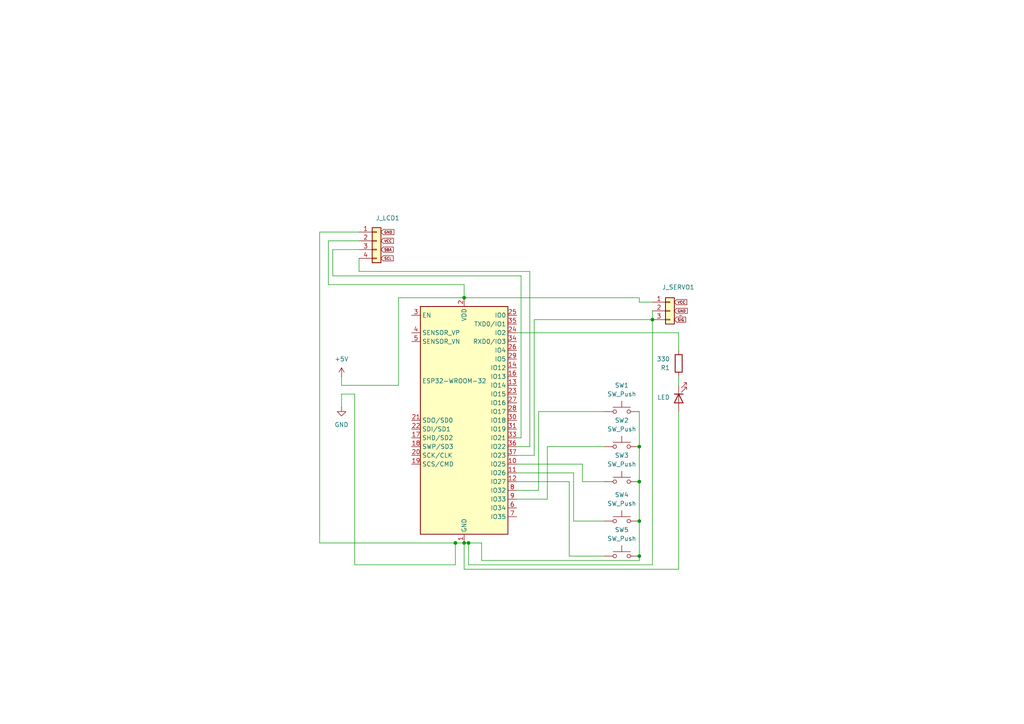
<source format=kicad_sch>
(kicad_sch (version 20250114) (generator "eeschema") (generator_version "9.0")
  (paper "A4")
  (lib_symbols
    (symbol "Connector_Generic:Conn_01x03" (pin_names (offset 1.016) (hide yes))
      (property "Reference" "J" (at 0 5.08 0))
      (property "Value" "Conn_01x03" (at 0 -5.08 0))
      (symbol "Conn_01x03_1_1"
        (rectangle (start -1.27 3.81) (end 1.27 -3.81) (stroke (width 0.254)) (fill (type background)))
        (rectangle (start -1.27 2.667) (end 0 2.413) (stroke (width 0.1524)))
        (rectangle (start -1.27 0.127) (end 0 -0.127) (stroke (width 0.1524)))
        (rectangle (start -1.27 -2.413) (end 0 -2.667) (stroke (width 0.1524)))
        (pin passive line (at -5.08 2.54 0) (length 3.81) (name "Pin_1") (number "1"))
        (pin passive line (at -5.08 0 0) (length 3.81) (name "Pin_2") (number "2"))
        (pin passive line (at -5.08 -2.54 0) (length 3.81) (name "Pin_3") (number "3"))
      )
    )
    (symbol "Connector_Generic:Conn_01x04" (pin_names (offset 1.016) (hide yes))
      (property "Reference" "J" (at 0 5.08 0))
      (property "Value" "Conn_01x04" (at 0 -7.62 0))
      (symbol "Conn_01x04_1_1"
        (rectangle (start -1.27 3.81) (end 1.27 -6.35) (stroke (width 0.254)) (fill (type background)))
        (rectangle (start -1.27 2.667) (end 0 2.413) (stroke (width 0.1524)))
        (rectangle (start -1.27 0.127) (end 0 -0.127) (stroke (width 0.1524)))
        (rectangle (start -1.27 -2.413) (end 0 -2.667) (stroke (width 0.1524)))
        (rectangle (start -1.27 -4.953) (end 0 -5.207) (stroke (width 0.1524)))
        (pin passive line (at -5.08 2.54 0) (length 3.81) (name "Pin_1") (number "1"))
        (pin passive line (at -5.08 0 0) (length 3.81) (name "Pin_2") (number "2"))
        (pin passive line (at -5.08 -2.54 0) (length 3.81) (name "Pin_3") (number "3"))
        (pin passive line (at -5.08 -5.08 0) (length 3.81) (name "Pin_4") (number "4"))
      )
    )
    (symbol "Device:LED" (pin_numbers (hide yes)) (pin_names (offset 1.016) (hide yes))
      (property "Reference" "D" (at 0 2.54 0))
      (property "Value" "LED" (at 0 -2.54 0))
      (symbol "LED_0_1"
        (polyline (pts (xy -3.048 -0.762) (xy -4.572 -2.286) (xy -3.81 -2.286) (xy -4.572 -2.286) (xy -4.572 -1.524)))
        (polyline (pts (xy -1.778 -0.762) (xy -3.302 -2.286) (xy -2.54 -2.286) (xy -3.302 -2.286) (xy -3.302 -1.524)))
        (polyline (pts (xy -1.27 0) (xy 1.27 0)))
        (polyline (pts (xy -1.27 -1.27) (xy -1.27 1.27)) (stroke (width 0.254)))
        (polyline (pts (xy 1.27 -1.27) (xy 1.27 1.27) (xy -1.27 0) (xy 1.27 -1.27)) (stroke (width 0.254)))
      )
      (symbol "LED_1_1"
        (pin passive line (at -3.81 0 0) (length 2.54) (name "K") (number "1"))
        (pin passive line (at 3.81 0 180) (length 2.54) (name "A") (number "2"))
      )
    )
    (symbol "Device:R" (pin_numbers (hide yes)) (pin_names (offset 0))
      (property "Reference" "R" (at 2.032 0 90))
      (property "Value" "R" (at 0 0 90))
      (symbol "R_0_1"
        (rectangle (start -1.016 -2.54) (end 1.016 2.54) (stroke (width 0.254)))
      )
      (symbol "R_1_1"
        (pin passive line (at 0 3.81 270) (length 1.27) (name "~") (number "1"))
        (pin passive line (at 0 -3.81 90) (length 1.27) (name "~") (number "2"))
      )
    )
    (symbol "RF_Module:ESP32-WROOM-32"
      (property "Reference" "U" (at -12.7 34.29 0))
      (property "Value" "ESP32-WROOM-32" (at 1.27 34.29 0))
      (symbol "ESP32-WROOM-32_0_1"
        (rectangle (start -12.7 33.02) (end 12.7 -33.02) (stroke (width 0.254)) (fill (type background)))
      )
      (symbol "ESP32-WROOM-32_1_1"
        (pin input line (at -15.24 30.48 0) (length 2.54) (name "EN") (number "3"))
        (pin input line (at -15.24 25.4 0) (length 2.54) (name "SENSOR_VP") (number "4"))
        (pin input line (at -15.24 22.86 0) (length 2.54) (name "SENSOR_VN") (number "5"))
        (pin bidirectional line (at -15.24 0 0) (length 2.54) (name "SDO/SD0") (number "21"))
        (pin bidirectional line (at -15.24 -2.54 0) (length 2.54) (name "SDI/SD1") (number "22"))
        (pin bidirectional line (at -15.24 -5.08 0) (length 2.54) (name "SHD/SD2") (number "17"))
        (pin bidirectional line (at -15.24 -7.62 0) (length 2.54) (name "SWP/SD3") (number "18"))
        (pin bidirectional line (at -15.24 -10.16 0) (length 2.54) (name "SCK/CLK") (number "20"))
        (pin bidirectional line (at -15.24 -12.7 0) (length 2.54) (name "SCS/CMD") (number "19"))
        (pin no_connect line (at -12.7 -27.94 0) (length 2.54) (hide yes) (name "NC") (number "32"))
        (pin power_in line (at 0 35.56 270) (length 2.54) (name "VDD") (number "2"))
        (pin power_in line (at 0 -35.56 90) (length 2.54) (name "GND") (number "1"))
        (pin passive line (at 0 -35.56 90) (length 2.54) (hide yes) (name "GND") (number "15"))
        (pin passive line (at 0 -35.56 90) (length 2.54) (hide yes) (name "GND") (number "38"))
        (pin passive line (at 0 -35.56 90) (length 2.54) (hide yes) (name "GND") (number "39"))
        (pin bidirectional line (at 15.24 30.48 180) (length 2.54) (name "IO0") (number "25"))
        (pin bidirectional line (at 15.24 27.94 180) (length 2.54) (name "TXD0/IO1") (number "35"))
        (pin bidirectional line (at 15.24 25.4 180) (length 2.54) (name "IO2") (number "24"))
        (pin bidirectional line (at 15.24 22.86 180) (length 2.54) (name "RXD0/IO3") (number "34"))
        (pin bidirectional line (at 15.24 20.32 180) (length 2.54) (name "IO4") (number "26"))
        (pin bidirectional line (at 15.24 17.78 180) (length 2.54) (name "IO5") (number "29"))
        (pin bidirectional line (at 15.24 15.24 180) (length 2.54) (name "IO12") (number "14"))
        (pin bidirectional line (at 15.24 12.7 180) (length 2.54) (name "IO13") (number "16"))
        (pin bidirectional line (at 15.24 10.16 180) (length 2.54) (name "IO14") (number "13"))
        (pin bidirectional line (at 15.24 7.62 180) (length 2.54) (name "IO15") (number "23"))
        (pin bidirectional line (at 15.24 5.08 180) (length 2.54) (name "IO16") (number "27"))
        (pin bidirectional line (at 15.24 2.54 180) (length 2.54) (name "IO17") (number "28"))
        (pin bidirectional line (at 15.24 0 180) (length 2.54) (name "IO18") (number "30"))
        (pin bidirectional line (at 15.24 -2.54 180) (length 2.54) (name "IO19") (number "31"))
        (pin bidirectional line (at 15.24 -5.08 180) (length 2.54) (name "IO21") (number "33"))
        (pin bidirectional line (at 15.24 -7.62 180) (length 2.54) (name "IO22") (number "36"))
        (pin bidirectional line (at 15.24 -10.16 180) (length 2.54) (name "IO23") (number "37"))
        (pin bidirectional line (at 15.24 -12.7 180) (length 2.54) (name "IO25") (number "10"))
        (pin bidirectional line (at 15.24 -15.24 180) (length 2.54) (name "IO26") (number "11"))
        (pin bidirectional line (at 15.24 -17.78 180) (length 2.54) (name "IO27") (number "12"))
        (pin bidirectional line (at 15.24 -20.32 180) (length 2.54) (name "IO32") (number "8"))
        (pin bidirectional line (at 15.24 -22.86 180) (length 2.54) (name "IO33") (number "9"))
        (pin input line (at 15.24 -25.4 180) (length 2.54) (name "IO34") (number "6"))
        (pin input line (at 15.24 -27.94 180) (length 2.54) (name "IO35") (number "7"))
      )
    )
    (symbol "Switch:SW_Push" (pin_numbers (hide yes)) (pin_names (offset 1.016) (hide yes))
      (property "Reference" "SW" (at 1.27 2.54 0))
      (property "Value" "SW_Push" (at 0 -1.524 0))
      (symbol "SW_Push_0_1"
        (circle (center -2.032 0) (radius 0.508))
        (polyline (pts (xy 0 1.27) (xy 0 3.048)))
        (circle (center 2.032 0) (radius 0.508))
        (polyline (pts (xy 2.54 1.27) (xy -2.54 1.27)))
        (pin passive line (at -5.08 0 0) (length 2.54) (name "1") (number "1"))
        (pin passive line (at 5.08 0 180) (length 2.54) (name "2") (number "2"))
      )
    )
    (symbol "power:+5V" (power) (pin_numbers (hide yes)) (pin_names (offset 0) (hide yes))
      (property "Value" "+5V" (at 0 3.556 0))
      (symbol "+5V_0_1"
        (polyline (pts (xy -0.762 1.27) (xy 0 2.54)))
        (polyline (pts (xy 0 2.54) (xy 0.762 1.27)))
        (polyline (pts (xy 0 0) (xy 0 2.54)))
      )
      (symbol "+5V_1_1"
        (pin power_in line (at 0 0 90) (length 0) (name "~") (number "1"))
      )
    )
    (symbol "power:GND" (power) (pin_numbers (hide yes)) (pin_names (offset 0) (hide yes))
      (property "Value" "GND" (at 0 -3.81 0))
      (symbol "GND_0_1"
        (polyline (pts (xy 0 0) (xy 0 -1.27) (xy 1.27 -1.27) (xy 0 -2.54) (xy -1.27 -1.27) (xy 0 -1.27)))
      )
      (symbol "GND_1_1"
        (pin power_in line (at 0 0 270) (length 0) (name "~") (number "1"))
      )
    )
  )
  (junction (at 135.89 157.48))
  (junction (at 185.42 139.7))
  (junction (at 189.23 92.71))
  (junction (at 185.42 129.54))
  (junction (at 134.62 86.36))
  (junction (at 185.42 151.13))
  (junction (at 185.42 161.29))
  (junction (at 134.62 157.48))
  (junction (at 132.08 157.48))
  (wire (pts (xy 134.62 165.1) (xy 134.62 157.48)))
  (wire (pts (xy 158.75 129.54) (xy 158.75 144.78)))
  (wire (pts (xy 132.08 157.48) (xy 134.62 157.48)))
  (wire (pts (xy 102.87 163.83) (xy 132.08 163.83)))
  (wire (pts (xy 196.85 96.52) (xy 196.85 101.6)))
  (wire (pts (xy 95.25 69.85) (xy 95.25 82.55)))
  (wire (pts (xy 134.62 86.36) (xy 185.42 86.36)))
  (wire (pts (xy 104.14 67.31) (xy 92.71 67.31)))
  (wire (pts (xy 154.94 132.08) (xy 149.86 132.08)))
  (wire (pts (xy 96.52 80.01) (xy 151.13 80.01)))
  (wire (pts (xy 104.14 74.93) (xy 104.14 78.74)))
  (wire (pts (xy 153.67 129.54) (xy 149.86 129.54)))
  (wire (pts (xy 158.75 144.78) (xy 149.86 144.78)))
  (wire (pts (xy 104.14 72.39) (xy 96.52 72.39)))
  (wire (pts (xy 154.94 92.71) (xy 154.94 132.08)))
  (wire (pts (xy 158.75 129.54) (xy 175.26 129.54)))
  (wire (pts (xy 185.42 87.63) (xy 185.42 86.36)))
  (wire (pts (xy 99.06 111.76) (xy 115.57 111.76)))
  (wire (pts (xy 185.42 161.29) (xy 185.42 162.56)))
  (wire (pts (xy 153.67 78.74) (xy 153.67 129.54)))
  (wire (pts (xy 102.87 114.3) (xy 102.87 163.83)))
  (wire (pts (xy 175.26 119.38) (xy 156.21 119.38)))
  (wire (pts (xy 92.71 67.31) (xy 92.71 157.48)))
  (wire (pts (xy 165.1 139.7) (xy 149.86 139.7)))
  (wire (pts (xy 185.42 151.13) (xy 185.42 161.29)))
  (wire (pts (xy 132.08 163.83) (xy 132.08 157.48)))
  (wire (pts (xy 92.71 157.48) (xy 132.08 157.48)))
  (wire (pts (xy 96.52 72.39) (xy 96.52 80.01)))
  (wire (pts (xy 151.13 80.01) (xy 151.13 127)))
  (wire (pts (xy 115.57 111.76) (xy 115.57 86.36)))
  (wire (pts (xy 185.42 139.7) (xy 185.42 151.13)))
  (wire (pts (xy 189.23 90.17) (xy 189.23 92.71)))
  (wire (pts (xy 139.7 162.56) (xy 139.7 157.48)))
  (wire (pts (xy 175.26 151.13) (xy 166.37 151.13)))
  (wire (pts (xy 156.21 119.38) (xy 156.21 142.24)))
  (wire (pts (xy 166.37 137.16) (xy 149.86 137.16)))
  (wire (pts (xy 168.91 134.62) (xy 168.91 139.7)))
  (wire (pts (xy 189.23 92.71) (xy 154.94 92.71)))
  (wire (pts (xy 134.62 82.55) (xy 134.62 86.36)))
  (wire (pts (xy 175.26 161.29) (xy 165.1 161.29)))
  (wire (pts (xy 189.23 92.71) (xy 189.23 163.83)))
  (wire (pts (xy 185.42 129.54) (xy 185.42 139.7)))
  (wire (pts (xy 175.26 139.7) (xy 168.91 139.7)))
  (wire (pts (xy 135.89 157.48) (xy 135.89 163.83)))
  (wire (pts (xy 196.85 165.1) (xy 134.62 165.1)))
  (wire (pts (xy 196.85 119.38) (xy 196.85 165.1)))
  (wire (pts (xy 135.89 157.48) (xy 134.62 157.48)))
  (wire (pts (xy 104.14 69.85) (xy 95.25 69.85)))
  (wire (pts (xy 99.06 109.22) (xy 99.06 111.76)))
  (wire (pts (xy 99.06 114.3) (xy 102.87 114.3)))
  (wire (pts (xy 151.13 127) (xy 149.86 127)))
  (wire (pts (xy 189.23 87.63) (xy 185.42 87.63)))
  (wire (pts (xy 139.7 157.48) (xy 135.89 157.48)))
  (wire (pts (xy 104.14 78.74) (xy 153.67 78.74)))
  (wire (pts (xy 166.37 151.13) (xy 166.37 137.16)))
  (wire (pts (xy 165.1 161.29) (xy 165.1 139.7)))
  (wire (pts (xy 115.57 86.36) (xy 134.62 86.36)))
  (wire (pts (xy 196.85 109.22) (xy 196.85 111.76)))
  (wire (pts (xy 95.25 82.55) (xy 134.62 82.55)))
  (wire (pts (xy 156.21 142.24) (xy 149.86 142.24)))
  (wire (pts (xy 99.06 118.11) (xy 99.06 114.3)))
  (wire (pts (xy 185.42 162.56) (xy 139.7 162.56)))
  (wire (pts (xy 189.23 163.83) (xy 135.89 163.83)))
  (wire (pts (xy 149.86 96.52) (xy 196.85 96.52)))
  (wire (pts (xy 185.42 119.38) (xy 185.42 129.54)))
  (wire (pts (xy 168.91 134.62) (xy 149.86 134.62)))
  (global_label "VCC" (shape input) (at 110.49 69.85 0) (effects (font (size 0.762 0.762))) (property "Intersheetrefs" "${INTERSHEET_REFS}" (effects (hide yes))))
  (global_label "SDA" (shape input) (at 110.49 72.39 0) (effects (font (size 0.762 0.762))) (property "Intersheetrefs" "${INTERSHEET_REFS}" (effects (hide yes))))
  (global_label "VCC" (shape input) (at 195.58 87.63 0) (effects (font (size 0.762 0.762))) (property "Intersheetrefs" "${INTERSHEET_REFS}" (effects (hide yes))))
  (global_label "GND" (shape input) (at 195.58 90.17 0) (effects (font (size 0.762 0.762))) (property "Intersheetrefs" "${INTERSHEET_REFS}" (effects (hide yes))))
  (global_label "GND" (shape input) (at 110.49 67.31 0) (effects (font (size 0.762 0.762))) (property "Intersheetrefs" "${INTERSHEET_REFS}" (effects (hide yes))))
  (global_label "SIG" (shape input) (at 195.58 92.71 0) (effects (font (size 0.762 0.762))) (property "Intersheetrefs" "${INTERSHEET_REFS}" (effects (hide yes))))
  (global_label "SCL" (shape input) (at 110.49 74.93 0) (effects (font (size 0.762 0.762))) (property "Intersheetrefs" "${INTERSHEET_REFS}" (effects (hide yes))))
  (symbol (lib_id "Switch:SW_Push") (at 180.34 119.38 0) (unit 1)
    (property "Reference" "SW1" (at 180.34 111.76 0))
    (property "Value" "SW_Push" (at 180.34 114.3 0))
    (property "Footprint" "Button_Switch_THT:SW_PUSH_6mm_H5mm" (effects (hide yes)))
    (property "Description" "Push button switch, generic, two pins" (effects (hide yes)))
  )
  (symbol (lib_id "RF_Module:ESP32-WROOM-32") (at 134.62 121.92 0) (unit 1)
    (property "Reference" "U1" (effects (hide yes)))
    (property "Value" "ESP32-WROOM-32" (at 122.428 110.49 0) (effects (justify left)))
    (property "Footprint" "RF_Module:ESP32-WROOM-32" (effects (hide yes)))
    (property "Datasheet" "https://www.espressif.com/sites/default/files/documentation/esp32-wroom-32_datasheet_en.pdf" (effects (hide yes)))
    (property "Description" "RF Module, ESP32-D0WDQ6 SoC, Wi-Fi 802.11b/g/n, Bluetooth, BLE, 32-bit, 2.7-3.6V, onboard antenna, SMD" (effects (hide yes)))
  )
  (symbol (lib_id "Device:LED") (at 196.85 115.57 90) (mirror x) (unit 1)
    (property "Reference" "D2" (effects (hide yes)))
    (property "Value" "LED" (at 194.31 115.2524 90) (effects (justify left)))
    (property "Footprint" "LED_THT:LED_D5.0mm" (effects (hide yes)))
    (property "Description" "Light emitting diode" (effects (hide yes)))
    (property "Sim.Pins" "1=K 2=A" (effects (hide yes)))
  )
  (symbol (lib_id "power:GND") (at 99.06 118.11 0) (unit 1)
    (property "Reference" "#PWR01" (effects (hide yes)))
    (property "Value" "GND" (at 99.06 123.19 0))
    (property "Description" "Power symbol creates a global label with name \"GND\" , ground" (effects (hide yes)))
  )
  (symbol (lib_id "Connector_Generic:Conn_01x03") (at 194.31 90.17 0) (unit 1)
    (property "Reference" "J_SERVO1" (at 192.024 83.312 0) (effects (justify left)))
    (property "Value" "~" (at 196.85 91.4399 0) (effects (justify left)))
    (property "Footprint" "Connector_PinHeader_2.54mm:PinHeader_1x03_P2.54mm_Vertical" (effects (hide yes)))
    (property "Description" "Generic connector, single row, 01x03, script generated (kicad-library-utils/schlib/autogen/connector/)" (effects (hide yes)))
  )
  (symbol (lib_id "power:+5V") (at 99.06 109.22 0) (unit 1)
    (property "Reference" "#PWR02" (effects (hide yes)))
    (property "Value" "+5V" (at 99.06 104.14 0))
    (property "Description" "Power symbol creates a global label with name \"+5V\"" (effects (hide yes)))
  )
  (symbol (lib_id "Switch:SW_Push") (at 180.34 151.13 0) (unit 1)
    (property "Reference" "SW4" (at 180.34 143.51 0))
    (property "Value" "SW_Push" (at 180.34 146.05 0))
    (property "Footprint" "Button_Switch_THT:SW_PUSH_6mm_H5mm" (effects (hide yes)))
    (property "Description" "Push button switch, generic, two pins" (effects (hide yes)))
  )
  (symbol (lib_id "Switch:SW_Push") (at 180.34 129.54 0) (unit 1)
    (property "Reference" "SW2" (at 180.34 121.92 0))
    (property "Value" "SW_Push" (at 180.34 124.46 0))
    (property "Footprint" "Button_Switch_THT:SW_PUSH_6mm_H5mm" (effects (hide yes)))
    (property "Description" "Push button switch, generic, two pins" (effects (hide yes)))
  )
  (symbol (lib_id "Connector_Generic:Conn_01x04") (at 109.22 69.85 0) (unit 1)
    (property "Reference" "J_LCD1" (at 108.966 63.246 0) (effects (justify left)))
    (property "Value" "~" (at 111.76 72.3899 0) (effects (justify left)))
    (property "Footprint" "Connector_PinHeader_2.54mm:PinHeader_1x04_P2.54mm_Vertical" (effects (hide yes)))
    (property "Description" "Generic connector, single row, 01x04, script generated (kicad-library-utils/schlib/autogen/connector/)" (effects (hide yes)))
  )
  (symbol (lib_id "Switch:SW_Push") (at 180.34 139.7 0) (unit 1)
    (property "Reference" "SW3" (at 180.34 132.08 0))
    (property "Value" "SW_Push" (at 180.34 134.62 0))
    (property "Footprint" "Button_Switch_THT:SW_PUSH_6mm_H5mm" (effects (hide yes)))
    (property "Description" "Push button switch, generic, two pins" (effects (hide yes)))
  )
  (symbol (lib_id "Switch:SW_Push") (at 180.34 161.29 0) (unit 1)
    (property "Reference" "SW5" (at 180.34 153.67 0))
    (property "Value" "SW_Push" (at 180.34 156.21 0))
    (property "Footprint" "Button_Switch_THT:SW_PUSH_6mm_H5mm" (effects (hide yes)))
    (property "Description" "Push button switch, generic, two pins" (effects (hide yes)))
  )
  (symbol (lib_id "Device:R") (at 196.85 105.41 180) (unit 1)
    (property "Reference" "R1" (at 194.31 106.6801 0) (effects (justify left)))
    (property "Value" "330" (at 194.31 104.1401 0) (effects (justify left)))
    (property "Footprint" "Resistor_THT:R_Axial_DIN0207_L6.3mm_D2.5mm_P7.62mm_Horizontal" (effects (hide yes)))
    (property "Description" "Resistor" (effects (hide yes)))
  )
)
</source>
